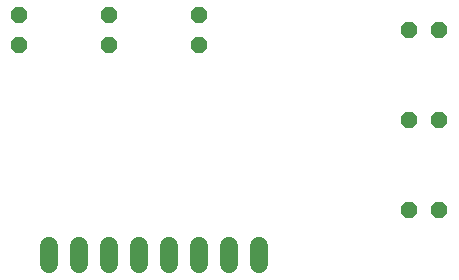
<source format=gbl>
G75*
%MOIN*%
%OFA0B0*%
%FSLAX25Y25*%
%IPPOS*%
%LPD*%
%AMOC8*
5,1,8,0,0,1.08239X$1,22.5*
%
%ADD10C,0.06000*%
%ADD11OC8,0.05200*%
D10*
X0042600Y0014600D02*
X0042600Y0020600D01*
X0052600Y0020600D02*
X0052600Y0014600D01*
X0062600Y0014600D02*
X0062600Y0020600D01*
X0072600Y0020600D02*
X0072600Y0014600D01*
X0082600Y0014600D02*
X0082600Y0020600D01*
X0092600Y0020600D02*
X0092600Y0014600D01*
X0102600Y0014600D02*
X0102600Y0020600D01*
X0112600Y0020600D02*
X0112600Y0014600D01*
D11*
X0162600Y0032600D03*
X0172600Y0032600D03*
X0172600Y0062600D03*
X0162600Y0062600D03*
X0162600Y0092600D03*
X0172600Y0092600D03*
X0092600Y0087600D03*
X0092600Y0097600D03*
X0062600Y0097600D03*
X0062600Y0087600D03*
X0032600Y0087600D03*
X0032600Y0097600D03*
M02*

</source>
